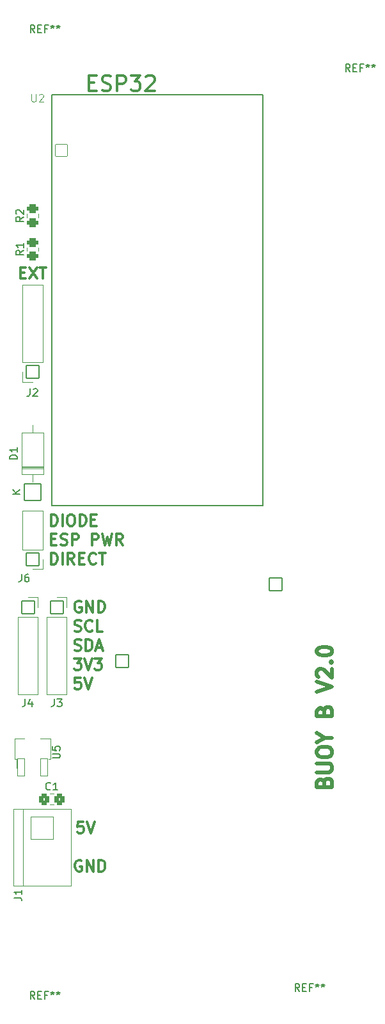
<source format=gto>
G04 #@! TF.GenerationSoftware,KiCad,Pcbnew,(6.0.5)*
G04 #@! TF.CreationDate,2022-09-09T11:42:05-04:00*
G04 #@! TF.ProjectId,Buoy_WithoutGSM,42756f79-5f57-4697-9468-6f757447534d,Leonardo Ward*
G04 #@! TF.SameCoordinates,Original*
G04 #@! TF.FileFunction,Legend,Top*
G04 #@! TF.FilePolarity,Positive*
%FSLAX46Y46*%
G04 Gerber Fmt 4.6, Leading zero omitted, Abs format (unit mm)*
G04 Created by KiCad (PCBNEW (6.0.5)) date 2022-09-09 11:42:05*
%MOMM*%
%LPD*%
G01*
G04 APERTURE LIST*
G04 Aperture macros list*
%AMRoundRect*
0 Rectangle with rounded corners*
0 $1 Rounding radius*
0 $2 $3 $4 $5 $6 $7 $8 $9 X,Y pos of 4 corners*
0 Add a 4 corners polygon primitive as box body*
4,1,4,$2,$3,$4,$5,$6,$7,$8,$9,$2,$3,0*
0 Add four circle primitives for the rounded corners*
1,1,$1+$1,$2,$3*
1,1,$1+$1,$4,$5*
1,1,$1+$1,$6,$7*
1,1,$1+$1,$8,$9*
0 Add four rect primitives between the rounded corners*
20,1,$1+$1,$2,$3,$4,$5,0*
20,1,$1+$1,$4,$5,$6,$7,0*
20,1,$1+$1,$6,$7,$8,$9,0*
20,1,$1+$1,$8,$9,$2,$3,0*%
%AMFreePoly0*
4,1,21,5.397855,0.901855,5.412500,0.866500,5.412500,-0.866500,5.397855,-0.901855,5.362500,-0.916500,1.237500,-0.916500,1.202145,-0.901855,1.187500,-0.866500,1.187500,-0.500000,-1.237500,-0.500000,-1.272855,-0.485355,-1.287500,-0.450000,-1.287500,0.450000,-1.272855,0.485355,-1.237500,0.500000,1.187500,0.500000,1.187500,0.866500,1.202145,0.901855,1.237500,0.916500,5.362500,0.916500,
5.397855,0.901855,5.397855,0.901855,$1*%
G04 Aperture macros list end*
%ADD10C,0.300000*%
%ADD11C,0.500000*%
%ADD12C,0.015000*%
%ADD13C,0.150000*%
%ADD14C,0.127000*%
%ADD15C,0.120000*%
%ADD16C,1.624000*%
%ADD17C,2.640000*%
%ADD18RoundRect,0.050000X-0.780000X-0.780000X0.780000X-0.780000X0.780000X0.780000X-0.780000X0.780000X0*%
%ADD19C,1.660000*%
%ADD20RoundRect,0.050000X0.850000X0.850000X-0.850000X0.850000X-0.850000X-0.850000X0.850000X-0.850000X0*%
%ADD21O,1.800000X1.800000*%
%ADD22C,3.300000*%
%ADD23RoundRect,0.050000X-1.500000X1.500000X-1.500000X-1.500000X1.500000X-1.500000X1.500000X1.500000X0*%
%ADD24C,3.100000*%
%ADD25RoundRect,0.300000X-0.350000X-0.450000X0.350000X-0.450000X0.350000X0.450000X-0.350000X0.450000X0*%
%ADD26RoundRect,0.300000X0.450000X-0.262500X0.450000X0.262500X-0.450000X0.262500X-0.450000X-0.262500X0*%
%ADD27RoundRect,0.050000X1.100000X-1.100000X1.100000X1.100000X-1.100000X1.100000X-1.100000X-1.100000X0*%
%ADD28O,2.300000X2.300000*%
%ADD29RoundRect,0.050000X-0.850000X-0.850000X0.850000X-0.850000X0.850000X0.850000X-0.850000X0.850000X0*%
%ADD30RoundRect,0.050000X0.450000X-1.150000X0.450000X1.150000X-0.450000X1.150000X-0.450000X-1.150000X0*%
%ADD31FreePoly0,90.000000*%
%ADD32C,2.800000*%
G04 APERTURE END LIST*
D10*
X128567857Y-63700357D02*
X129067857Y-63700357D01*
X129282142Y-64486071D02*
X128567857Y-64486071D01*
X128567857Y-62986071D01*
X129282142Y-62986071D01*
X129782142Y-62986071D02*
X130782142Y-64486071D01*
X130782142Y-62986071D02*
X129782142Y-64486071D01*
X131139285Y-62986071D02*
X131996428Y-62986071D01*
X131567857Y-64486071D02*
X131567857Y-62986071D01*
X136652142Y-141490000D02*
X136509285Y-141418571D01*
X136295000Y-141418571D01*
X136080714Y-141490000D01*
X135937857Y-141632857D01*
X135866428Y-141775714D01*
X135795000Y-142061428D01*
X135795000Y-142275714D01*
X135866428Y-142561428D01*
X135937857Y-142704285D01*
X136080714Y-142847142D01*
X136295000Y-142918571D01*
X136437857Y-142918571D01*
X136652142Y-142847142D01*
X136723571Y-142775714D01*
X136723571Y-142275714D01*
X136437857Y-142275714D01*
X137366428Y-142918571D02*
X137366428Y-141418571D01*
X138223571Y-142918571D01*
X138223571Y-141418571D01*
X138937857Y-142918571D02*
X138937857Y-141418571D01*
X139295000Y-141418571D01*
X139509285Y-141490000D01*
X139652142Y-141632857D01*
X139723571Y-141775714D01*
X139795000Y-142061428D01*
X139795000Y-142275714D01*
X139723571Y-142561428D01*
X139652142Y-142704285D01*
X139509285Y-142847142D01*
X139295000Y-142918571D01*
X138937857Y-142918571D01*
X136521428Y-117288571D02*
X135807142Y-117288571D01*
X135735714Y-118002857D01*
X135807142Y-117931428D01*
X135950000Y-117860000D01*
X136307142Y-117860000D01*
X136450000Y-117931428D01*
X136521428Y-118002857D01*
X136592857Y-118145714D01*
X136592857Y-118502857D01*
X136521428Y-118645714D01*
X136450000Y-118717142D01*
X136307142Y-118788571D01*
X135950000Y-118788571D01*
X135807142Y-118717142D01*
X135735714Y-118645714D01*
X137021428Y-117288571D02*
X137521428Y-118788571D01*
X138021428Y-117288571D01*
X135735714Y-113637142D02*
X135950000Y-113708571D01*
X136307142Y-113708571D01*
X136450000Y-113637142D01*
X136521428Y-113565714D01*
X136592857Y-113422857D01*
X136592857Y-113280000D01*
X136521428Y-113137142D01*
X136450000Y-113065714D01*
X136307142Y-112994285D01*
X136021428Y-112922857D01*
X135878571Y-112851428D01*
X135807142Y-112780000D01*
X135735714Y-112637142D01*
X135735714Y-112494285D01*
X135807142Y-112351428D01*
X135878571Y-112280000D01*
X136021428Y-112208571D01*
X136378571Y-112208571D01*
X136592857Y-112280000D01*
X137235714Y-113708571D02*
X137235714Y-112208571D01*
X137592857Y-112208571D01*
X137807142Y-112280000D01*
X137950000Y-112422857D01*
X138021428Y-112565714D01*
X138092857Y-112851428D01*
X138092857Y-113065714D01*
X138021428Y-113351428D01*
X137950000Y-113494285D01*
X137807142Y-113637142D01*
X137592857Y-113708571D01*
X137235714Y-113708571D01*
X138664285Y-113280000D02*
X139378571Y-113280000D01*
X138521428Y-113708571D02*
X139021428Y-112208571D01*
X139521428Y-113708571D01*
X135735714Y-111097142D02*
X135950000Y-111168571D01*
X136307142Y-111168571D01*
X136450000Y-111097142D01*
X136521428Y-111025714D01*
X136592857Y-110882857D01*
X136592857Y-110740000D01*
X136521428Y-110597142D01*
X136450000Y-110525714D01*
X136307142Y-110454285D01*
X136021428Y-110382857D01*
X135878571Y-110311428D01*
X135807142Y-110240000D01*
X135735714Y-110097142D01*
X135735714Y-109954285D01*
X135807142Y-109811428D01*
X135878571Y-109740000D01*
X136021428Y-109668571D01*
X136378571Y-109668571D01*
X136592857Y-109740000D01*
X138092857Y-111025714D02*
X138021428Y-111097142D01*
X137807142Y-111168571D01*
X137664285Y-111168571D01*
X137450000Y-111097142D01*
X137307142Y-110954285D01*
X137235714Y-110811428D01*
X137164285Y-110525714D01*
X137164285Y-110311428D01*
X137235714Y-110025714D01*
X137307142Y-109882857D01*
X137450000Y-109740000D01*
X137664285Y-109668571D01*
X137807142Y-109668571D01*
X138021428Y-109740000D01*
X138092857Y-109811428D01*
X139450000Y-111168571D02*
X138735714Y-111168571D01*
X138735714Y-109668571D01*
X132632142Y-97198571D02*
X132632142Y-95698571D01*
X132989285Y-95698571D01*
X133203571Y-95770000D01*
X133346428Y-95912857D01*
X133417857Y-96055714D01*
X133489285Y-96341428D01*
X133489285Y-96555714D01*
X133417857Y-96841428D01*
X133346428Y-96984285D01*
X133203571Y-97127142D01*
X132989285Y-97198571D01*
X132632142Y-97198571D01*
X134132142Y-97198571D02*
X134132142Y-95698571D01*
X135132142Y-95698571D02*
X135417857Y-95698571D01*
X135560714Y-95770000D01*
X135703571Y-95912857D01*
X135775000Y-96198571D01*
X135775000Y-96698571D01*
X135703571Y-96984285D01*
X135560714Y-97127142D01*
X135417857Y-97198571D01*
X135132142Y-97198571D01*
X134989285Y-97127142D01*
X134846428Y-96984285D01*
X134775000Y-96698571D01*
X134775000Y-96198571D01*
X134846428Y-95912857D01*
X134989285Y-95770000D01*
X135132142Y-95698571D01*
X136417857Y-97198571D02*
X136417857Y-95698571D01*
X136775000Y-95698571D01*
X136989285Y-95770000D01*
X137132142Y-95912857D01*
X137203571Y-96055714D01*
X137275000Y-96341428D01*
X137275000Y-96555714D01*
X137203571Y-96841428D01*
X137132142Y-96984285D01*
X136989285Y-97127142D01*
X136775000Y-97198571D01*
X136417857Y-97198571D01*
X137917857Y-96412857D02*
X138417857Y-96412857D01*
X138632142Y-97198571D02*
X137917857Y-97198571D01*
X137917857Y-95698571D01*
X138632142Y-95698571D01*
D11*
X168767142Y-131126428D02*
X168862380Y-130840714D01*
X168957619Y-130745476D01*
X169148095Y-130650238D01*
X169433809Y-130650238D01*
X169624285Y-130745476D01*
X169719523Y-130840714D01*
X169814761Y-131031190D01*
X169814761Y-131793095D01*
X167814761Y-131793095D01*
X167814761Y-131126428D01*
X167910000Y-130935952D01*
X168005238Y-130840714D01*
X168195714Y-130745476D01*
X168386190Y-130745476D01*
X168576666Y-130840714D01*
X168671904Y-130935952D01*
X168767142Y-131126428D01*
X168767142Y-131793095D01*
X167814761Y-129793095D02*
X169433809Y-129793095D01*
X169624285Y-129697857D01*
X169719523Y-129602619D01*
X169814761Y-129412142D01*
X169814761Y-129031190D01*
X169719523Y-128840714D01*
X169624285Y-128745476D01*
X169433809Y-128650238D01*
X167814761Y-128650238D01*
X167814761Y-127316904D02*
X167814761Y-126935952D01*
X167910000Y-126745476D01*
X168100476Y-126555000D01*
X168481428Y-126459761D01*
X169148095Y-126459761D01*
X169529047Y-126555000D01*
X169719523Y-126745476D01*
X169814761Y-126935952D01*
X169814761Y-127316904D01*
X169719523Y-127507380D01*
X169529047Y-127697857D01*
X169148095Y-127793095D01*
X168481428Y-127793095D01*
X168100476Y-127697857D01*
X167910000Y-127507380D01*
X167814761Y-127316904D01*
X168862380Y-125221666D02*
X169814761Y-125221666D01*
X167814761Y-125888333D02*
X168862380Y-125221666D01*
X167814761Y-124555000D01*
X168767142Y-121697857D02*
X168862380Y-121412142D01*
X168957619Y-121316904D01*
X169148095Y-121221666D01*
X169433809Y-121221666D01*
X169624285Y-121316904D01*
X169719523Y-121412142D01*
X169814761Y-121602619D01*
X169814761Y-122364523D01*
X167814761Y-122364523D01*
X167814761Y-121697857D01*
X167910000Y-121507380D01*
X168005238Y-121412142D01*
X168195714Y-121316904D01*
X168386190Y-121316904D01*
X168576666Y-121412142D01*
X168671904Y-121507380D01*
X168767142Y-121697857D01*
X168767142Y-122364523D01*
X167814761Y-119126428D02*
X169814761Y-118459761D01*
X167814761Y-117793095D01*
X168005238Y-117221666D02*
X167910000Y-117126428D01*
X167814761Y-116935952D01*
X167814761Y-116459761D01*
X167910000Y-116269285D01*
X168005238Y-116174047D01*
X168195714Y-116078809D01*
X168386190Y-116078809D01*
X168671904Y-116174047D01*
X169814761Y-117316904D01*
X169814761Y-116078809D01*
X169624285Y-115221666D02*
X169719523Y-115126428D01*
X169814761Y-115221666D01*
X169719523Y-115316904D01*
X169624285Y-115221666D01*
X169814761Y-115221666D01*
X167814761Y-113888333D02*
X167814761Y-113697857D01*
X167910000Y-113507380D01*
X168005238Y-113412142D01*
X168195714Y-113316904D01*
X168576666Y-113221666D01*
X169052857Y-113221666D01*
X169433809Y-113316904D01*
X169624285Y-113412142D01*
X169719523Y-113507380D01*
X169814761Y-113697857D01*
X169814761Y-113888333D01*
X169719523Y-114078809D01*
X169624285Y-114174047D01*
X169433809Y-114269285D01*
X169052857Y-114364523D01*
X168576666Y-114364523D01*
X168195714Y-114269285D01*
X168005238Y-114174047D01*
X167910000Y-114078809D01*
X167814761Y-113888333D01*
D10*
X132632142Y-102278571D02*
X132632142Y-100778571D01*
X132989285Y-100778571D01*
X133203571Y-100850000D01*
X133346428Y-100992857D01*
X133417857Y-101135714D01*
X133489285Y-101421428D01*
X133489285Y-101635714D01*
X133417857Y-101921428D01*
X133346428Y-102064285D01*
X133203571Y-102207142D01*
X132989285Y-102278571D01*
X132632142Y-102278571D01*
X134132142Y-102278571D02*
X134132142Y-100778571D01*
X135703571Y-102278571D02*
X135203571Y-101564285D01*
X134846428Y-102278571D02*
X134846428Y-100778571D01*
X135417857Y-100778571D01*
X135560714Y-100850000D01*
X135632142Y-100921428D01*
X135703571Y-101064285D01*
X135703571Y-101278571D01*
X135632142Y-101421428D01*
X135560714Y-101492857D01*
X135417857Y-101564285D01*
X134846428Y-101564285D01*
X136346428Y-101492857D02*
X136846428Y-101492857D01*
X137060714Y-102278571D02*
X136346428Y-102278571D01*
X136346428Y-100778571D01*
X137060714Y-100778571D01*
X138560714Y-102135714D02*
X138489285Y-102207142D01*
X138275000Y-102278571D01*
X138132142Y-102278571D01*
X137917857Y-102207142D01*
X137775000Y-102064285D01*
X137703571Y-101921428D01*
X137632142Y-101635714D01*
X137632142Y-101421428D01*
X137703571Y-101135714D01*
X137775000Y-100992857D01*
X137917857Y-100850000D01*
X138132142Y-100778571D01*
X138275000Y-100778571D01*
X138489285Y-100850000D01*
X138560714Y-100921428D01*
X138989285Y-100778571D02*
X139846428Y-100778571D01*
X139417857Y-102278571D02*
X139417857Y-100778571D01*
X137679284Y-38592142D02*
X138345951Y-38592142D01*
X138631665Y-39639761D02*
X137679284Y-39639761D01*
X137679284Y-37639761D01*
X138631665Y-37639761D01*
X139393570Y-39544523D02*
X139679284Y-39639761D01*
X140155475Y-39639761D01*
X140345951Y-39544523D01*
X140441189Y-39449285D01*
X140536427Y-39258809D01*
X140536427Y-39068333D01*
X140441189Y-38877857D01*
X140345951Y-38782619D01*
X140155475Y-38687380D01*
X139774522Y-38592142D01*
X139584046Y-38496904D01*
X139488808Y-38401666D01*
X139393570Y-38211190D01*
X139393570Y-38020714D01*
X139488808Y-37830238D01*
X139584046Y-37735000D01*
X139774522Y-37639761D01*
X140250713Y-37639761D01*
X140536427Y-37735000D01*
X141393570Y-39639761D02*
X141393570Y-37639761D01*
X142155475Y-37639761D01*
X142345951Y-37735000D01*
X142441189Y-37830238D01*
X142536427Y-38020714D01*
X142536427Y-38306428D01*
X142441189Y-38496904D01*
X142345951Y-38592142D01*
X142155475Y-38687380D01*
X141393570Y-38687380D01*
X143203094Y-37639761D02*
X144441189Y-37639761D01*
X143774522Y-38401666D01*
X144060237Y-38401666D01*
X144250713Y-38496904D01*
X144345951Y-38592142D01*
X144441189Y-38782619D01*
X144441189Y-39258809D01*
X144345951Y-39449285D01*
X144250713Y-39544523D01*
X144060237Y-39639761D01*
X143488808Y-39639761D01*
X143298332Y-39544523D01*
X143203094Y-39449285D01*
X145203094Y-37830238D02*
X145298332Y-37735000D01*
X145488808Y-37639761D01*
X145964999Y-37639761D01*
X146155475Y-37735000D01*
X146250713Y-37830238D01*
X146345951Y-38020714D01*
X146345951Y-38211190D01*
X146250713Y-38496904D01*
X145107856Y-39639761D01*
X146345951Y-39639761D01*
X136874285Y-136338571D02*
X136160000Y-136338571D01*
X136088571Y-137052857D01*
X136160000Y-136981428D01*
X136302857Y-136910000D01*
X136660000Y-136910000D01*
X136802857Y-136981428D01*
X136874285Y-137052857D01*
X136945714Y-137195714D01*
X136945714Y-137552857D01*
X136874285Y-137695714D01*
X136802857Y-137767142D01*
X136660000Y-137838571D01*
X136302857Y-137838571D01*
X136160000Y-137767142D01*
X136088571Y-137695714D01*
X137374285Y-136338571D02*
X137874285Y-137838571D01*
X138374285Y-136338571D01*
X132632142Y-98952857D02*
X133132142Y-98952857D01*
X133346428Y-99738571D02*
X132632142Y-99738571D01*
X132632142Y-98238571D01*
X133346428Y-98238571D01*
X133917857Y-99667142D02*
X134132142Y-99738571D01*
X134489285Y-99738571D01*
X134632142Y-99667142D01*
X134703571Y-99595714D01*
X134775000Y-99452857D01*
X134775000Y-99310000D01*
X134703571Y-99167142D01*
X134632142Y-99095714D01*
X134489285Y-99024285D01*
X134203571Y-98952857D01*
X134060714Y-98881428D01*
X133989285Y-98810000D01*
X133917857Y-98667142D01*
X133917857Y-98524285D01*
X133989285Y-98381428D01*
X134060714Y-98310000D01*
X134203571Y-98238571D01*
X134560714Y-98238571D01*
X134775000Y-98310000D01*
X135417857Y-99738571D02*
X135417857Y-98238571D01*
X135989285Y-98238571D01*
X136132142Y-98310000D01*
X136203571Y-98381428D01*
X136275000Y-98524285D01*
X136275000Y-98738571D01*
X136203571Y-98881428D01*
X136132142Y-98952857D01*
X135989285Y-99024285D01*
X135417857Y-99024285D01*
X138060714Y-99738571D02*
X138060714Y-98238571D01*
X138632142Y-98238571D01*
X138775000Y-98310000D01*
X138846428Y-98381428D01*
X138917857Y-98524285D01*
X138917857Y-98738571D01*
X138846428Y-98881428D01*
X138775000Y-98952857D01*
X138632142Y-99024285D01*
X138060714Y-99024285D01*
X139417857Y-98238571D02*
X139775000Y-99738571D01*
X140060714Y-98667142D01*
X140346428Y-99738571D01*
X140703571Y-98238571D01*
X142132142Y-99738571D02*
X141632142Y-99024285D01*
X141275000Y-99738571D02*
X141275000Y-98238571D01*
X141846428Y-98238571D01*
X141989285Y-98310000D01*
X142060714Y-98381428D01*
X142132142Y-98524285D01*
X142132142Y-98738571D01*
X142060714Y-98881428D01*
X141989285Y-98952857D01*
X141846428Y-99024285D01*
X141275000Y-99024285D01*
X136592857Y-107200000D02*
X136450000Y-107128571D01*
X136235714Y-107128571D01*
X136021428Y-107200000D01*
X135878571Y-107342857D01*
X135807142Y-107485714D01*
X135735714Y-107771428D01*
X135735714Y-107985714D01*
X135807142Y-108271428D01*
X135878571Y-108414285D01*
X136021428Y-108557142D01*
X136235714Y-108628571D01*
X136378571Y-108628571D01*
X136592857Y-108557142D01*
X136664285Y-108485714D01*
X136664285Y-107985714D01*
X136378571Y-107985714D01*
X137307142Y-108628571D02*
X137307142Y-107128571D01*
X138164285Y-108628571D01*
X138164285Y-107128571D01*
X138878571Y-108628571D02*
X138878571Y-107128571D01*
X139235714Y-107128571D01*
X139450000Y-107200000D01*
X139592857Y-107342857D01*
X139664285Y-107485714D01*
X139735714Y-107771428D01*
X139735714Y-107985714D01*
X139664285Y-108271428D01*
X139592857Y-108414285D01*
X139450000Y-108557142D01*
X139235714Y-108628571D01*
X138878571Y-108628571D01*
X135664285Y-114748571D02*
X136592857Y-114748571D01*
X136092857Y-115320000D01*
X136307142Y-115320000D01*
X136450000Y-115391428D01*
X136521428Y-115462857D01*
X136592857Y-115605714D01*
X136592857Y-115962857D01*
X136521428Y-116105714D01*
X136450000Y-116177142D01*
X136307142Y-116248571D01*
X135878571Y-116248571D01*
X135735714Y-116177142D01*
X135664285Y-116105714D01*
X137021428Y-114748571D02*
X137521428Y-116248571D01*
X138021428Y-114748571D01*
X138378571Y-114748571D02*
X139307142Y-114748571D01*
X138807142Y-115320000D01*
X139021428Y-115320000D01*
X139164285Y-115391428D01*
X139235714Y-115462857D01*
X139307142Y-115605714D01*
X139307142Y-115962857D01*
X139235714Y-116105714D01*
X139164285Y-116177142D01*
X139021428Y-116248571D01*
X138592857Y-116248571D01*
X138450000Y-116177142D01*
X138378571Y-116105714D01*
D12*
X130047801Y-40092169D02*
X130047801Y-40902005D01*
X130095438Y-40997280D01*
X130143076Y-41044918D01*
X130238350Y-41092555D01*
X130428900Y-41092555D01*
X130524175Y-41044918D01*
X130571812Y-40997280D01*
X130619450Y-40902005D01*
X130619450Y-40092169D01*
X131048187Y-40187444D02*
X131095824Y-40139807D01*
X131191099Y-40092169D01*
X131429286Y-40092169D01*
X131524561Y-40139807D01*
X131572198Y-40187444D01*
X131619836Y-40282719D01*
X131619836Y-40377994D01*
X131572198Y-40520906D01*
X131000549Y-41092555D01*
X131619836Y-41092555D01*
D13*
X128719667Y-103592380D02*
X128719667Y-104306666D01*
X128672048Y-104449523D01*
X128576810Y-104544761D01*
X128433953Y-104592380D01*
X128338715Y-104592380D01*
X129624429Y-103592380D02*
X129433953Y-103592380D01*
X129338715Y-103640000D01*
X129291096Y-103687619D01*
X129195858Y-103830476D01*
X129148239Y-104020952D01*
X129148239Y-104401904D01*
X129195858Y-104497142D01*
X129243477Y-104544761D01*
X129338715Y-104592380D01*
X129529191Y-104592380D01*
X129624429Y-104544761D01*
X129672048Y-104497142D01*
X129719667Y-104401904D01*
X129719667Y-104163809D01*
X129672048Y-104068571D01*
X129624429Y-104020952D01*
X129529191Y-103973333D01*
X129338715Y-103973333D01*
X129243477Y-104020952D01*
X129195858Y-104068571D01*
X129148239Y-104163809D01*
X130471665Y-159802380D02*
X130138332Y-159326190D01*
X129900237Y-159802380D02*
X129900237Y-158802380D01*
X130281189Y-158802380D01*
X130376427Y-158850000D01*
X130424046Y-158897619D01*
X130471665Y-158992857D01*
X130471665Y-159135714D01*
X130424046Y-159230952D01*
X130376427Y-159278571D01*
X130281189Y-159326190D01*
X129900237Y-159326190D01*
X130900237Y-159278571D02*
X131233570Y-159278571D01*
X131376427Y-159802380D02*
X130900237Y-159802380D01*
X130900237Y-158802380D01*
X131376427Y-158802380D01*
X132138332Y-159278571D02*
X131804999Y-159278571D01*
X131804999Y-159802380D02*
X131804999Y-158802380D01*
X132281189Y-158802380D01*
X132804999Y-158802380D02*
X132804999Y-159040476D01*
X132566903Y-158945238D02*
X132804999Y-159040476D01*
X133043094Y-158945238D01*
X132662141Y-159230952D02*
X132804999Y-159040476D01*
X132947856Y-159230952D01*
X133566903Y-158802380D02*
X133566903Y-159040476D01*
X133328808Y-158945238D02*
X133566903Y-159040476D01*
X133804999Y-158945238D01*
X133424046Y-159230952D02*
X133566903Y-159040476D01*
X133709760Y-159230952D01*
X172203865Y-37111579D02*
X171870532Y-36635389D01*
X171632437Y-37111579D02*
X171632437Y-36111579D01*
X172013389Y-36111579D01*
X172108627Y-36159199D01*
X172156246Y-36206818D01*
X172203865Y-36302056D01*
X172203865Y-36444913D01*
X172156246Y-36540151D01*
X172108627Y-36587770D01*
X172013389Y-36635389D01*
X171632437Y-36635389D01*
X172632437Y-36587770D02*
X172965770Y-36587770D01*
X173108627Y-37111579D02*
X172632437Y-37111579D01*
X172632437Y-36111579D01*
X173108627Y-36111579D01*
X173870532Y-36587770D02*
X173537199Y-36587770D01*
X173537199Y-37111579D02*
X173537199Y-36111579D01*
X174013389Y-36111579D01*
X174537199Y-36111579D02*
X174537199Y-36349675D01*
X174299103Y-36254437D02*
X174537199Y-36349675D01*
X174775294Y-36254437D01*
X174394341Y-36540151D02*
X174537199Y-36349675D01*
X174680056Y-36540151D01*
X175299103Y-36111579D02*
X175299103Y-36349675D01*
X175061008Y-36254437D02*
X175299103Y-36349675D01*
X175537199Y-36254437D01*
X175156246Y-36540151D02*
X175299103Y-36349675D01*
X175441960Y-36540151D01*
X127722380Y-146383333D02*
X128436666Y-146383333D01*
X128579523Y-146430952D01*
X128674761Y-146526190D01*
X128722380Y-146669047D01*
X128722380Y-146764285D01*
X128722380Y-145383333D02*
X128722380Y-145954761D01*
X128722380Y-145669047D02*
X127722380Y-145669047D01*
X127865238Y-145764285D01*
X127960476Y-145859523D01*
X128008095Y-145954761D01*
X132548333Y-132057142D02*
X132500714Y-132104761D01*
X132357857Y-132152380D01*
X132262619Y-132152380D01*
X132119761Y-132104761D01*
X132024523Y-132009523D01*
X131976904Y-131914285D01*
X131929285Y-131723809D01*
X131929285Y-131580952D01*
X131976904Y-131390476D01*
X132024523Y-131295238D01*
X132119761Y-131200000D01*
X132262619Y-131152380D01*
X132357857Y-131152380D01*
X132500714Y-131200000D01*
X132548333Y-131247619D01*
X133500714Y-132152380D02*
X132929285Y-132152380D01*
X133215000Y-132152380D02*
X133215000Y-131152380D01*
X133119761Y-131295238D01*
X133024523Y-131390476D01*
X132929285Y-131438095D01*
X129841666Y-79057380D02*
X129841666Y-79771666D01*
X129794047Y-79914523D01*
X129698809Y-80009761D01*
X129555952Y-80057380D01*
X129460714Y-80057380D01*
X130270238Y-79152619D02*
X130317857Y-79105000D01*
X130413095Y-79057380D01*
X130651190Y-79057380D01*
X130746428Y-79105000D01*
X130794047Y-79152619D01*
X130841666Y-79247857D01*
X130841666Y-79343095D01*
X130794047Y-79485952D01*
X130222619Y-80057380D01*
X130841666Y-80057380D01*
X128977380Y-60769166D02*
X128501190Y-61102500D01*
X128977380Y-61340595D02*
X127977380Y-61340595D01*
X127977380Y-60959642D01*
X128025000Y-60864404D01*
X128072619Y-60816785D01*
X128167857Y-60769166D01*
X128310714Y-60769166D01*
X128405952Y-60816785D01*
X128453571Y-60864404D01*
X128501190Y-60959642D01*
X128501190Y-61340595D01*
X128977380Y-59816785D02*
X128977380Y-60388214D01*
X128977380Y-60102500D02*
X127977380Y-60102500D01*
X128120238Y-60197738D01*
X128215476Y-60292976D01*
X128263095Y-60388214D01*
X128157380Y-88368095D02*
X127157380Y-88368095D01*
X127157380Y-88130000D01*
X127205000Y-87987142D01*
X127300238Y-87891904D01*
X127395476Y-87844285D01*
X127585952Y-87796666D01*
X127728809Y-87796666D01*
X127919285Y-87844285D01*
X128014523Y-87891904D01*
X128109761Y-87987142D01*
X128157380Y-88130000D01*
X128157380Y-88368095D01*
X128157380Y-86844285D02*
X128157380Y-87415714D01*
X128157380Y-87130000D02*
X127157380Y-87130000D01*
X127300238Y-87225238D01*
X127395476Y-87320476D01*
X127443095Y-87415714D01*
X128527380Y-92971904D02*
X127527380Y-92971904D01*
X128527380Y-92400476D02*
X127955952Y-92829047D01*
X127527380Y-92400476D02*
X128098809Y-92971904D01*
X133041666Y-120102380D02*
X133041666Y-120816666D01*
X132994047Y-120959523D01*
X132898809Y-121054761D01*
X132755952Y-121102380D01*
X132660714Y-121102380D01*
X133422619Y-120102380D02*
X134041666Y-120102380D01*
X133708333Y-120483333D01*
X133851190Y-120483333D01*
X133946428Y-120530952D01*
X133994047Y-120578571D01*
X134041666Y-120673809D01*
X134041666Y-120911904D01*
X133994047Y-121007142D01*
X133946428Y-121054761D01*
X133851190Y-121102380D01*
X133565476Y-121102380D01*
X133470238Y-121054761D01*
X133422619Y-121007142D01*
X130471665Y-31955379D02*
X130138332Y-31479189D01*
X129900237Y-31955379D02*
X129900237Y-30955379D01*
X130281189Y-30955379D01*
X130376427Y-31002999D01*
X130424046Y-31050618D01*
X130471665Y-31145856D01*
X130471665Y-31288713D01*
X130424046Y-31383951D01*
X130376427Y-31431570D01*
X130281189Y-31479189D01*
X129900237Y-31479189D01*
X130900237Y-31431570D02*
X131233570Y-31431570D01*
X131376427Y-31955379D02*
X130900237Y-31955379D01*
X130900237Y-30955379D01*
X131376427Y-30955379D01*
X132138332Y-31431570D02*
X131804999Y-31431570D01*
X131804999Y-31955379D02*
X131804999Y-30955379D01*
X132281189Y-30955379D01*
X132804999Y-30955379D02*
X132804999Y-31193475D01*
X132566903Y-31098237D02*
X132804999Y-31193475D01*
X133043094Y-31098237D01*
X132662141Y-31383951D02*
X132804999Y-31193475D01*
X132947856Y-31383951D01*
X133566903Y-30955379D02*
X133566903Y-31193475D01*
X133328808Y-31098237D02*
X133566903Y-31193475D01*
X133804999Y-31098237D01*
X133424046Y-31383951D02*
X133566903Y-31193475D01*
X133709760Y-31383951D01*
X128977380Y-56324166D02*
X128501190Y-56657500D01*
X128977380Y-56895595D02*
X127977380Y-56895595D01*
X127977380Y-56514642D01*
X128025000Y-56419404D01*
X128072619Y-56371785D01*
X128167857Y-56324166D01*
X128310714Y-56324166D01*
X128405952Y-56371785D01*
X128453571Y-56419404D01*
X128501190Y-56514642D01*
X128501190Y-56895595D01*
X128072619Y-55943214D02*
X128025000Y-55895595D01*
X127977380Y-55800357D01*
X127977380Y-55562261D01*
X128025000Y-55467023D01*
X128072619Y-55419404D01*
X128167857Y-55371785D01*
X128263095Y-55371785D01*
X128405952Y-55419404D01*
X128977380Y-55990833D01*
X128977380Y-55371785D01*
X129206666Y-120102380D02*
X129206666Y-120816666D01*
X129159047Y-120959523D01*
X129063809Y-121054761D01*
X128920952Y-121102380D01*
X128825714Y-121102380D01*
X130111428Y-120435714D02*
X130111428Y-121102380D01*
X129873333Y-120054761D02*
X129635238Y-120769047D01*
X130254285Y-120769047D01*
X132802380Y-127919404D02*
X133611904Y-127919404D01*
X133707142Y-127871785D01*
X133754761Y-127824166D01*
X133802380Y-127728928D01*
X133802380Y-127538452D01*
X133754761Y-127443214D01*
X133707142Y-127395595D01*
X133611904Y-127347976D01*
X132802380Y-127347976D01*
X132802380Y-126395595D02*
X132802380Y-126871785D01*
X133278571Y-126919404D01*
X133230952Y-126871785D01*
X133183333Y-126776547D01*
X133183333Y-126538452D01*
X133230952Y-126443214D01*
X133278571Y-126395595D01*
X133373809Y-126347976D01*
X133611904Y-126347976D01*
X133707142Y-126395595D01*
X133754761Y-126443214D01*
X133802380Y-126538452D01*
X133802380Y-126776547D01*
X133754761Y-126871785D01*
X133707142Y-126919404D01*
X165523665Y-158786380D02*
X165190332Y-158310190D01*
X164952237Y-158786380D02*
X164952237Y-157786380D01*
X165333189Y-157786380D01*
X165428427Y-157834000D01*
X165476046Y-157881619D01*
X165523665Y-157976857D01*
X165523665Y-158119714D01*
X165476046Y-158214952D01*
X165428427Y-158262571D01*
X165333189Y-158310190D01*
X164952237Y-158310190D01*
X165952237Y-158262571D02*
X166285570Y-158262571D01*
X166428427Y-158786380D02*
X165952237Y-158786380D01*
X165952237Y-157786380D01*
X166428427Y-157786380D01*
X167190332Y-158262571D02*
X166856999Y-158262571D01*
X166856999Y-158786380D02*
X166856999Y-157786380D01*
X167333189Y-157786380D01*
X167856999Y-157786380D02*
X167856999Y-158024476D01*
X167618903Y-157929238D02*
X167856999Y-158024476D01*
X168095094Y-157929238D01*
X167714141Y-158214952D02*
X167856999Y-158024476D01*
X167999856Y-158214952D01*
X168618903Y-157786380D02*
X168618903Y-158024476D01*
X168380808Y-157929238D02*
X168618903Y-158024476D01*
X168856999Y-157929238D01*
X168476046Y-158214952D02*
X168618903Y-158024476D01*
X168761760Y-158214952D01*
D14*
X132735000Y-40160000D02*
X160635000Y-40160000D01*
X160635000Y-94560000D02*
X132735000Y-94560000D01*
X160635000Y-40160000D02*
X160635000Y-94560000D01*
X132735000Y-94560000D02*
X132735000Y-40160000D01*
D15*
X131505000Y-100330000D02*
X128845000Y-100330000D01*
X131505000Y-95190000D02*
X128845000Y-95190000D01*
X128845000Y-100330000D02*
X128845000Y-95190000D01*
X131505000Y-102930000D02*
X130175000Y-102930000D01*
X131505000Y-100330000D02*
X131505000Y-95190000D01*
X131505000Y-101600000D02*
X131505000Y-102930000D01*
X127635000Y-144780000D02*
X135255000Y-144780000D01*
X128905000Y-144780000D02*
X128905000Y-134620000D01*
X135255000Y-134620000D02*
X127635000Y-134620000D01*
X135255000Y-144780000D02*
X135255000Y-134620000D01*
X127635000Y-134620000D02*
X127635000Y-144780000D01*
X132487936Y-134085000D02*
X132942064Y-134085000D01*
X132487936Y-132615000D02*
X132942064Y-132615000D01*
X128845000Y-75565000D02*
X128845000Y-65345000D01*
X130175000Y-78165000D02*
X128845000Y-78165000D01*
X131505000Y-65345000D02*
X128845000Y-65345000D01*
X128845000Y-78165000D02*
X128845000Y-76835000D01*
X131505000Y-75565000D02*
X131505000Y-65345000D01*
X131505000Y-75565000D02*
X128845000Y-75565000D01*
X130910000Y-60829564D02*
X130910000Y-60375436D01*
X129440000Y-60829564D02*
X129440000Y-60375436D01*
X128705000Y-90350000D02*
X131645000Y-90350000D01*
X130175000Y-83890000D02*
X130175000Y-84910000D01*
X131645000Y-84910000D02*
X128705000Y-84910000D01*
X128705000Y-89450000D02*
X131645000Y-89450000D01*
X128705000Y-89570000D02*
X131645000Y-89570000D01*
X130175000Y-91370000D02*
X130175000Y-90350000D01*
X131645000Y-90350000D02*
X131645000Y-84910000D01*
X128705000Y-84910000D02*
X128705000Y-90350000D01*
X128705000Y-89330000D02*
X131645000Y-89330000D01*
X134705000Y-106650000D02*
X134705000Y-107980000D01*
X132045000Y-109250000D02*
X132045000Y-119470000D01*
X134705000Y-109250000D02*
X134705000Y-119470000D01*
X133375000Y-106650000D02*
X134705000Y-106650000D01*
X132045000Y-109250000D02*
X134705000Y-109250000D01*
X132045000Y-119470000D02*
X134705000Y-119470000D01*
X129440000Y-56384564D02*
X129440000Y-55930436D01*
X130910000Y-56384564D02*
X130910000Y-55930436D01*
X130895000Y-109250000D02*
X130895000Y-119470000D01*
X129565000Y-106650000D02*
X130895000Y-106650000D01*
X128235000Y-109250000D02*
X128235000Y-119470000D01*
X128235000Y-109250000D02*
X130895000Y-109250000D01*
X130895000Y-106650000D02*
X130895000Y-107980000D01*
X128235000Y-119470000D02*
X130895000Y-119470000D01*
X132535000Y-128060000D02*
X132305000Y-128060000D01*
X127815000Y-128060000D02*
X128045000Y-128060000D01*
X131225000Y-125340000D02*
X132535000Y-125340000D01*
X132535000Y-125340000D02*
X132535000Y-128060000D01*
X127815000Y-125340000D02*
X129125000Y-125340000D01*
X128045000Y-129200000D02*
X128045000Y-128060000D01*
X127815000Y-128060000D02*
X127815000Y-125340000D01*
%LPC*%
D16*
X167110999Y-43694999D03*
X167110999Y-46234999D03*
X167110999Y-48774999D03*
X167110999Y-51314999D03*
X167110999Y-53854999D03*
X167110999Y-56394999D03*
X167110999Y-58934999D03*
X167110999Y-61474999D03*
X167110999Y-64014999D03*
D17*
X137646999Y-64014999D03*
X137646999Y-43694999D03*
D18*
X133985000Y-47550000D03*
D19*
X133985000Y-50090000D03*
X133985000Y-52630000D03*
X133985000Y-55170000D03*
X133985000Y-57710000D03*
X133985000Y-60250000D03*
X133985000Y-62790000D03*
X133985000Y-65330000D03*
X133985000Y-67870000D03*
X133985000Y-70410000D03*
X133985000Y-72950000D03*
X133985000Y-75490000D03*
X133985000Y-78030000D03*
X133985000Y-80570000D03*
X133985000Y-83110000D03*
X133985000Y-85650000D03*
X133985000Y-88190000D03*
X133985000Y-90730000D03*
X133985000Y-93270000D03*
X159385000Y-47550000D03*
X159385000Y-50090000D03*
X159385000Y-52630000D03*
X159385000Y-55170000D03*
X159385000Y-57710000D03*
X159385000Y-60250000D03*
X159385000Y-62790000D03*
X159385000Y-65330000D03*
X159385000Y-67870000D03*
X159385000Y-70410000D03*
X159385000Y-72950000D03*
X159385000Y-75490000D03*
X159385000Y-78030000D03*
X159385000Y-80570000D03*
X159385000Y-83110000D03*
X159385000Y-85650000D03*
X159385000Y-88190000D03*
X159385000Y-90730000D03*
X159385000Y-93270000D03*
D20*
X130175000Y-101600000D03*
D21*
X130175000Y-99060000D03*
X130175000Y-96520000D03*
D22*
X131804999Y-153000000D03*
X166856999Y-36582999D03*
D23*
X131445000Y-137160000D03*
D24*
X131445000Y-142240000D03*
D25*
X131715000Y-133350000D03*
X133715000Y-133350000D03*
D20*
X130175000Y-76835000D03*
D21*
X130175000Y-74295000D03*
X130175000Y-71755000D03*
X130175000Y-69215000D03*
X130175000Y-66675000D03*
D26*
X130175000Y-61515000D03*
X130175000Y-59690000D03*
D27*
X130175000Y-92710000D03*
D28*
X130175000Y-82550000D03*
D29*
X133375000Y-107980000D03*
D21*
X133375000Y-110520000D03*
X133375000Y-113060000D03*
X133375000Y-115600000D03*
X133375000Y-118140000D03*
D22*
X131804999Y-36582999D03*
D26*
X130175000Y-57070000D03*
X130175000Y-55245000D03*
D29*
X129565000Y-107980000D03*
D21*
X129565000Y-110520000D03*
X129565000Y-113060000D03*
X129565000Y-115600000D03*
X129565000Y-118140000D03*
D30*
X128675000Y-129150000D03*
D31*
X130175000Y-129062500D03*
D30*
X131675000Y-129150000D03*
D22*
X166856999Y-153000000D03*
D16*
X166094999Y-71634999D03*
X166094999Y-74174999D03*
X166094999Y-76714999D03*
X166094999Y-79254999D03*
X166094999Y-81794999D03*
X166094999Y-84334999D03*
X166094999Y-86874999D03*
X166094999Y-89414999D03*
X166094999Y-91954999D03*
X140694999Y-81794999D03*
X140694999Y-79254999D03*
X140694999Y-76714999D03*
X140694999Y-74174999D03*
X140694999Y-71634999D03*
D21*
X142000000Y-135446420D03*
X162320000Y-140526420D03*
D32*
X143270000Y-101156420D03*
D21*
X142000000Y-117666420D03*
X162320000Y-110046420D03*
X142000000Y-122746420D03*
X162320000Y-137986420D03*
D20*
X162320000Y-104966420D03*
D21*
X142000000Y-132906420D03*
X142000000Y-143066420D03*
X142000000Y-137986420D03*
X162320000Y-143066420D03*
D32*
X161048349Y-101148581D03*
D21*
X162320000Y-122746420D03*
X142000000Y-140526420D03*
D20*
X142000000Y-115126420D03*
D21*
X142000000Y-125286420D03*
X142000000Y-120206420D03*
D32*
X161050000Y-146876420D03*
D21*
X162320000Y-117666420D03*
X162320000Y-115126420D03*
X162320000Y-127826420D03*
X142000000Y-127826420D03*
X162320000Y-120206420D03*
X162320000Y-125286420D03*
D32*
X143270000Y-146876420D03*
D21*
X162320000Y-107506420D03*
X162320000Y-132906420D03*
X162320000Y-135446420D03*
X162320000Y-130366420D03*
X142000000Y-130366420D03*
X162320000Y-112586420D03*
M02*

</source>
